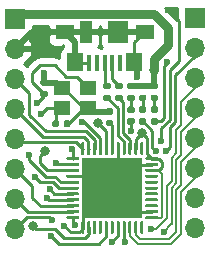
<source format=gtl>
G04 #@! TF.GenerationSoftware,KiCad,Pcbnew,(5.1.12)-1*
G04 #@! TF.CreationDate,2022-08-19T23:51:52+09:00*
G04 #@! TF.ProjectId,main,6d61696e-2e6b-4696-9361-645f70636258,rev?*
G04 #@! TF.SameCoordinates,PX7e5ca20PY5e39180*
G04 #@! TF.FileFunction,Copper,L1,Top*
G04 #@! TF.FilePolarity,Positive*
%FSLAX46Y46*%
G04 Gerber Fmt 4.6, Leading zero omitted, Abs format (unit mm)*
G04 Created by KiCad (PCBNEW (5.1.12)-1) date 2022-08-19 23:51:52*
%MOMM*%
%LPD*%
G01*
G04 APERTURE LIST*
G04 #@! TA.AperFunction,SMDPad,CuDef*
%ADD10R,5.200000X5.200000*%
G04 #@! TD*
G04 #@! TA.AperFunction,ComponentPad*
%ADD11O,1.700000X1.700000*%
G04 #@! TD*
G04 #@! TA.AperFunction,ComponentPad*
%ADD12R,1.700000X1.700000*%
G04 #@! TD*
G04 #@! TA.AperFunction,SMDPad,CuDef*
%ADD13R,0.450000X1.380000*%
G04 #@! TD*
G04 #@! TA.AperFunction,SMDPad,CuDef*
%ADD14R,1.425000X1.550000*%
G04 #@! TD*
G04 #@! TA.AperFunction,SMDPad,CuDef*
%ADD15R,1.650000X1.300000*%
G04 #@! TD*
G04 #@! TA.AperFunction,SMDPad,CuDef*
%ADD16R,1.800000X1.900000*%
G04 #@! TD*
G04 #@! TA.AperFunction,SMDPad,CuDef*
%ADD17R,1.000000X1.900000*%
G04 #@! TD*
G04 #@! TA.AperFunction,SMDPad,CuDef*
%ADD18R,1.400000X1.200000*%
G04 #@! TD*
G04 #@! TA.AperFunction,ViaPad*
%ADD19C,0.600000*%
G04 #@! TD*
G04 #@! TA.AperFunction,ViaPad*
%ADD20C,0.800000*%
G04 #@! TD*
G04 #@! TA.AperFunction,Conductor*
%ADD21C,0.250000*%
G04 #@! TD*
G04 #@! TA.AperFunction,Conductor*
%ADD22C,0.500000*%
G04 #@! TD*
G04 #@! TA.AperFunction,Conductor*
%ADD23C,0.750000*%
G04 #@! TD*
G04 #@! TA.AperFunction,Conductor*
%ADD24C,0.200000*%
G04 #@! TD*
G04 #@! TA.AperFunction,Conductor*
%ADD25C,0.254000*%
G04 #@! TD*
G04 #@! TA.AperFunction,Conductor*
%ADD26C,0.100000*%
G04 #@! TD*
G04 APERTURE END LIST*
G04 #@! TO.P,C2,2*
G04 #@! TO.N,GND*
G04 #@! TA.AperFunction,SMDPad,CuDef*
G36*
G01*
X3030000Y-7290000D02*
X2690000Y-7290000D01*
G75*
G02*
X2550000Y-7150000I0J140000D01*
G01*
X2550000Y-6870000D01*
G75*
G02*
X2690000Y-6730000I140000J0D01*
G01*
X3030000Y-6730000D01*
G75*
G02*
X3170000Y-6870000I0J-140000D01*
G01*
X3170000Y-7150000D01*
G75*
G02*
X3030000Y-7290000I-140000J0D01*
G01*
G37*
G04 #@! TD.AperFunction*
G04 #@! TO.P,C2,1*
G04 #@! TO.N,Net-(C2-Pad1)*
G04 #@! TA.AperFunction,SMDPad,CuDef*
G36*
G01*
X3030000Y-8250000D02*
X2690000Y-8250000D01*
G75*
G02*
X2550000Y-8110000I0J140000D01*
G01*
X2550000Y-7830000D01*
G75*
G02*
X2690000Y-7690000I140000J0D01*
G01*
X3030000Y-7690000D01*
G75*
G02*
X3170000Y-7830000I0J-140000D01*
G01*
X3170000Y-8110000D01*
G75*
G02*
X3030000Y-8250000I-140000J0D01*
G01*
G37*
G04 #@! TD.AperFunction*
G04 #@! TD*
D10*
G04 #@! TO.P,U1,45*
G04 #@! TO.N,GND*
X8630000Y-15940000D03*
G04 #@! TO.P,U1,44*
G04 #@! TO.N,+5V*
G04 #@! TA.AperFunction,SMDPad,CuDef*
G36*
G01*
X11492500Y-13315000D02*
X12442500Y-13315000D01*
G75*
G02*
X12505000Y-13377500I0J-62500D01*
G01*
X12505000Y-13502500D01*
G75*
G02*
X12442500Y-13565000I-62500J0D01*
G01*
X11492500Y-13565000D01*
G75*
G02*
X11430000Y-13502500I0J62500D01*
G01*
X11430000Y-13377500D01*
G75*
G02*
X11492500Y-13315000I62500J0D01*
G01*
G37*
G04 #@! TD.AperFunction*
G04 #@! TO.P,U1,43*
G04 #@! TO.N,GND*
G04 #@! TA.AperFunction,SMDPad,CuDef*
G36*
G01*
X11492500Y-13815000D02*
X12442500Y-13815000D01*
G75*
G02*
X12505000Y-13877500I0J-62500D01*
G01*
X12505000Y-14002500D01*
G75*
G02*
X12442500Y-14065000I-62500J0D01*
G01*
X11492500Y-14065000D01*
G75*
G02*
X11430000Y-14002500I0J62500D01*
G01*
X11430000Y-13877500D01*
G75*
G02*
X11492500Y-13815000I62500J0D01*
G01*
G37*
G04 #@! TD.AperFunction*
G04 #@! TO.P,U1,42*
G04 #@! TO.N,+5V*
G04 #@! TA.AperFunction,SMDPad,CuDef*
G36*
G01*
X11492500Y-14315000D02*
X12442500Y-14315000D01*
G75*
G02*
X12505000Y-14377500I0J-62500D01*
G01*
X12505000Y-14502500D01*
G75*
G02*
X12442500Y-14565000I-62500J0D01*
G01*
X11492500Y-14565000D01*
G75*
G02*
X11430000Y-14502500I0J62500D01*
G01*
X11430000Y-14377500D01*
G75*
G02*
X11492500Y-14315000I62500J0D01*
G01*
G37*
G04 #@! TD.AperFunction*
G04 #@! TO.P,U1,41*
G04 #@! TO.N,N/C*
G04 #@! TA.AperFunction,SMDPad,CuDef*
G36*
G01*
X11492500Y-14815000D02*
X12442500Y-14815000D01*
G75*
G02*
X12505000Y-14877500I0J-62500D01*
G01*
X12505000Y-15002500D01*
G75*
G02*
X12442500Y-15065000I-62500J0D01*
G01*
X11492500Y-15065000D01*
G75*
G02*
X11430000Y-15002500I0J62500D01*
G01*
X11430000Y-14877500D01*
G75*
G02*
X11492500Y-14815000I62500J0D01*
G01*
G37*
G04 #@! TD.AperFunction*
G04 #@! TO.P,U1,40*
G04 #@! TA.AperFunction,SMDPad,CuDef*
G36*
G01*
X11492500Y-15315000D02*
X12442500Y-15315000D01*
G75*
G02*
X12505000Y-15377500I0J-62500D01*
G01*
X12505000Y-15502500D01*
G75*
G02*
X12442500Y-15565000I-62500J0D01*
G01*
X11492500Y-15565000D01*
G75*
G02*
X11430000Y-15502500I0J62500D01*
G01*
X11430000Y-15377500D01*
G75*
G02*
X11492500Y-15315000I62500J0D01*
G01*
G37*
G04 #@! TD.AperFunction*
G04 #@! TO.P,U1,39*
G04 #@! TA.AperFunction,SMDPad,CuDef*
G36*
G01*
X11492500Y-15815000D02*
X12442500Y-15815000D01*
G75*
G02*
X12505000Y-15877500I0J-62500D01*
G01*
X12505000Y-16002500D01*
G75*
G02*
X12442500Y-16065000I-62500J0D01*
G01*
X11492500Y-16065000D01*
G75*
G02*
X11430000Y-16002500I0J62500D01*
G01*
X11430000Y-15877500D01*
G75*
G02*
X11492500Y-15815000I62500J0D01*
G01*
G37*
G04 #@! TD.AperFunction*
G04 #@! TO.P,U1,38*
G04 #@! TA.AperFunction,SMDPad,CuDef*
G36*
G01*
X11492500Y-16315000D02*
X12442500Y-16315000D01*
G75*
G02*
X12505000Y-16377500I0J-62500D01*
G01*
X12505000Y-16502500D01*
G75*
G02*
X12442500Y-16565000I-62500J0D01*
G01*
X11492500Y-16565000D01*
G75*
G02*
X11430000Y-16502500I0J62500D01*
G01*
X11430000Y-16377500D01*
G75*
G02*
X11492500Y-16315000I62500J0D01*
G01*
G37*
G04 #@! TD.AperFunction*
G04 #@! TO.P,U1,37*
G04 #@! TA.AperFunction,SMDPad,CuDef*
G36*
G01*
X11492500Y-16815000D02*
X12442500Y-16815000D01*
G75*
G02*
X12505000Y-16877500I0J-62500D01*
G01*
X12505000Y-17002500D01*
G75*
G02*
X12442500Y-17065000I-62500J0D01*
G01*
X11492500Y-17065000D01*
G75*
G02*
X11430000Y-17002500I0J62500D01*
G01*
X11430000Y-16877500D01*
G75*
G02*
X11492500Y-16815000I62500J0D01*
G01*
G37*
G04 #@! TD.AperFunction*
G04 #@! TO.P,U1,36*
G04 #@! TA.AperFunction,SMDPad,CuDef*
G36*
G01*
X11492500Y-17315000D02*
X12442500Y-17315000D01*
G75*
G02*
X12505000Y-17377500I0J-62500D01*
G01*
X12505000Y-17502500D01*
G75*
G02*
X12442500Y-17565000I-62500J0D01*
G01*
X11492500Y-17565000D01*
G75*
G02*
X11430000Y-17502500I0J62500D01*
G01*
X11430000Y-17377500D01*
G75*
G02*
X11492500Y-17315000I62500J0D01*
G01*
G37*
G04 #@! TD.AperFunction*
G04 #@! TO.P,U1,35*
G04 #@! TO.N,GND*
G04 #@! TA.AperFunction,SMDPad,CuDef*
G36*
G01*
X11492500Y-17815000D02*
X12442500Y-17815000D01*
G75*
G02*
X12505000Y-17877500I0J-62500D01*
G01*
X12505000Y-18002500D01*
G75*
G02*
X12442500Y-18065000I-62500J0D01*
G01*
X11492500Y-18065000D01*
G75*
G02*
X11430000Y-18002500I0J62500D01*
G01*
X11430000Y-17877500D01*
G75*
G02*
X11492500Y-17815000I62500J0D01*
G01*
G37*
G04 #@! TD.AperFunction*
G04 #@! TO.P,U1,34*
G04 #@! TO.N,+5V*
G04 #@! TA.AperFunction,SMDPad,CuDef*
G36*
G01*
X11492500Y-18315000D02*
X12442500Y-18315000D01*
G75*
G02*
X12505000Y-18377500I0J-62500D01*
G01*
X12505000Y-18502500D01*
G75*
G02*
X12442500Y-18565000I-62500J0D01*
G01*
X11492500Y-18565000D01*
G75*
G02*
X11430000Y-18502500I0J62500D01*
G01*
X11430000Y-18377500D01*
G75*
G02*
X11492500Y-18315000I62500J0D01*
G01*
G37*
G04 #@! TD.AperFunction*
G04 #@! TO.P,U1,33*
G04 #@! TO.N,N/C*
G04 #@! TA.AperFunction,SMDPad,CuDef*
G36*
G01*
X11067500Y-18740000D02*
X11192500Y-18740000D01*
G75*
G02*
X11255000Y-18802500I0J-62500D01*
G01*
X11255000Y-19752500D01*
G75*
G02*
X11192500Y-19815000I-62500J0D01*
G01*
X11067500Y-19815000D01*
G75*
G02*
X11005000Y-19752500I0J62500D01*
G01*
X11005000Y-18802500D01*
G75*
G02*
X11067500Y-18740000I62500J0D01*
G01*
G37*
G04 #@! TD.AperFunction*
G04 #@! TO.P,U1,32*
G04 #@! TO.N,B-PWM6*
G04 #@! TA.AperFunction,SMDPad,CuDef*
G36*
G01*
X10567500Y-18740000D02*
X10692500Y-18740000D01*
G75*
G02*
X10755000Y-18802500I0J-62500D01*
G01*
X10755000Y-19752500D01*
G75*
G02*
X10692500Y-19815000I-62500J0D01*
G01*
X10567500Y-19815000D01*
G75*
G02*
X10505000Y-19752500I0J62500D01*
G01*
X10505000Y-18802500D01*
G75*
G02*
X10567500Y-18740000I62500J0D01*
G01*
G37*
G04 #@! TD.AperFunction*
G04 #@! TO.P,U1,31*
G04 #@! TO.N,B-PWM1*
G04 #@! TA.AperFunction,SMDPad,CuDef*
G36*
G01*
X10067500Y-18740000D02*
X10192500Y-18740000D01*
G75*
G02*
X10255000Y-18802500I0J-62500D01*
G01*
X10255000Y-19752500D01*
G75*
G02*
X10192500Y-19815000I-62500J0D01*
G01*
X10067500Y-19815000D01*
G75*
G02*
X10005000Y-19752500I0J62500D01*
G01*
X10005000Y-18802500D01*
G75*
G02*
X10067500Y-18740000I62500J0D01*
G01*
G37*
G04 #@! TD.AperFunction*
G04 #@! TO.P,U1,30*
G04 #@! TO.N,B-PWM4*
G04 #@! TA.AperFunction,SMDPad,CuDef*
G36*
G01*
X9567500Y-18740000D02*
X9692500Y-18740000D01*
G75*
G02*
X9755000Y-18802500I0J-62500D01*
G01*
X9755000Y-19752500D01*
G75*
G02*
X9692500Y-19815000I-62500J0D01*
G01*
X9567500Y-19815000D01*
G75*
G02*
X9505000Y-19752500I0J62500D01*
G01*
X9505000Y-18802500D01*
G75*
G02*
X9567500Y-18740000I62500J0D01*
G01*
G37*
G04 #@! TD.AperFunction*
G04 #@! TO.P,U1,29*
G04 #@! TO.N,B-PWM3*
G04 #@! TA.AperFunction,SMDPad,CuDef*
G36*
G01*
X9067500Y-18740000D02*
X9192500Y-18740000D01*
G75*
G02*
X9255000Y-18802500I0J-62500D01*
G01*
X9255000Y-19752500D01*
G75*
G02*
X9192500Y-19815000I-62500J0D01*
G01*
X9067500Y-19815000D01*
G75*
G02*
X9005000Y-19752500I0J62500D01*
G01*
X9005000Y-18802500D01*
G75*
G02*
X9067500Y-18740000I62500J0D01*
G01*
G37*
G04 #@! TD.AperFunction*
G04 #@! TO.P,U1,28*
G04 #@! TO.N,N/C*
G04 #@! TA.AperFunction,SMDPad,CuDef*
G36*
G01*
X8567500Y-18740000D02*
X8692500Y-18740000D01*
G75*
G02*
X8755000Y-18802500I0J-62500D01*
G01*
X8755000Y-19752500D01*
G75*
G02*
X8692500Y-19815000I-62500J0D01*
G01*
X8567500Y-19815000D01*
G75*
G02*
X8505000Y-19752500I0J62500D01*
G01*
X8505000Y-18802500D01*
G75*
G02*
X8567500Y-18740000I62500J0D01*
G01*
G37*
G04 #@! TD.AperFunction*
G04 #@! TO.P,U1,27*
G04 #@! TO.N,B-PWM2*
G04 #@! TA.AperFunction,SMDPad,CuDef*
G36*
G01*
X8067500Y-18740000D02*
X8192500Y-18740000D01*
G75*
G02*
X8255000Y-18802500I0J-62500D01*
G01*
X8255000Y-19752500D01*
G75*
G02*
X8192500Y-19815000I-62500J0D01*
G01*
X8067500Y-19815000D01*
G75*
G02*
X8005000Y-19752500I0J62500D01*
G01*
X8005000Y-18802500D01*
G75*
G02*
X8067500Y-18740000I62500J0D01*
G01*
G37*
G04 #@! TD.AperFunction*
G04 #@! TO.P,U1,26*
G04 #@! TO.N,N/C*
G04 #@! TA.AperFunction,SMDPad,CuDef*
G36*
G01*
X7567500Y-18740000D02*
X7692500Y-18740000D01*
G75*
G02*
X7755000Y-18802500I0J-62500D01*
G01*
X7755000Y-19752500D01*
G75*
G02*
X7692500Y-19815000I-62500J0D01*
G01*
X7567500Y-19815000D01*
G75*
G02*
X7505000Y-19752500I0J62500D01*
G01*
X7505000Y-18802500D01*
G75*
G02*
X7567500Y-18740000I62500J0D01*
G01*
G37*
G04 #@! TD.AperFunction*
G04 #@! TO.P,U1,25*
G04 #@! TA.AperFunction,SMDPad,CuDef*
G36*
G01*
X7067500Y-18740000D02*
X7192500Y-18740000D01*
G75*
G02*
X7255000Y-18802500I0J-62500D01*
G01*
X7255000Y-19752500D01*
G75*
G02*
X7192500Y-19815000I-62500J0D01*
G01*
X7067500Y-19815000D01*
G75*
G02*
X7005000Y-19752500I0J62500D01*
G01*
X7005000Y-18802500D01*
G75*
G02*
X7067500Y-18740000I62500J0D01*
G01*
G37*
G04 #@! TD.AperFunction*
G04 #@! TO.P,U1,24*
G04 #@! TO.N,+5V*
G04 #@! TA.AperFunction,SMDPad,CuDef*
G36*
G01*
X6567500Y-18740000D02*
X6692500Y-18740000D01*
G75*
G02*
X6755000Y-18802500I0J-62500D01*
G01*
X6755000Y-19752500D01*
G75*
G02*
X6692500Y-19815000I-62500J0D01*
G01*
X6567500Y-19815000D01*
G75*
G02*
X6505000Y-19752500I0J62500D01*
G01*
X6505000Y-18802500D01*
G75*
G02*
X6567500Y-18740000I62500J0D01*
G01*
G37*
G04 #@! TD.AperFunction*
G04 #@! TO.P,U1,23*
G04 #@! TO.N,GND*
G04 #@! TA.AperFunction,SMDPad,CuDef*
G36*
G01*
X6067500Y-18740000D02*
X6192500Y-18740000D01*
G75*
G02*
X6255000Y-18802500I0J-62500D01*
G01*
X6255000Y-19752500D01*
G75*
G02*
X6192500Y-19815000I-62500J0D01*
G01*
X6067500Y-19815000D01*
G75*
G02*
X6005000Y-19752500I0J62500D01*
G01*
X6005000Y-18802500D01*
G75*
G02*
X6067500Y-18740000I62500J0D01*
G01*
G37*
G04 #@! TD.AperFunction*
G04 #@! TO.P,U1,22*
G04 #@! TO.N,TX1LED*
G04 #@! TA.AperFunction,SMDPad,CuDef*
G36*
G01*
X4817500Y-18315000D02*
X5767500Y-18315000D01*
G75*
G02*
X5830000Y-18377500I0J-62500D01*
G01*
X5830000Y-18502500D01*
G75*
G02*
X5767500Y-18565000I-62500J0D01*
G01*
X4817500Y-18565000D01*
G75*
G02*
X4755000Y-18502500I0J62500D01*
G01*
X4755000Y-18377500D01*
G75*
G02*
X4817500Y-18315000I62500J0D01*
G01*
G37*
G04 #@! TD.AperFunction*
G04 #@! TO.P,U1,21*
G04 #@! TO.N,TX1*
G04 #@! TA.AperFunction,SMDPad,CuDef*
G36*
G01*
X4817500Y-17815000D02*
X5767500Y-17815000D01*
G75*
G02*
X5830000Y-17877500I0J-62500D01*
G01*
X5830000Y-18002500D01*
G75*
G02*
X5767500Y-18065000I-62500J0D01*
G01*
X4817500Y-18065000D01*
G75*
G02*
X4755000Y-18002500I0J62500D01*
G01*
X4755000Y-17877500D01*
G75*
G02*
X4817500Y-17815000I62500J0D01*
G01*
G37*
G04 #@! TD.AperFunction*
G04 #@! TO.P,U1,20*
G04 #@! TO.N,RX1*
G04 #@! TA.AperFunction,SMDPad,CuDef*
G36*
G01*
X4817500Y-17315000D02*
X5767500Y-17315000D01*
G75*
G02*
X5830000Y-17377500I0J-62500D01*
G01*
X5830000Y-17502500D01*
G75*
G02*
X5767500Y-17565000I-62500J0D01*
G01*
X4817500Y-17565000D01*
G75*
G02*
X4755000Y-17502500I0J62500D01*
G01*
X4755000Y-17377500D01*
G75*
G02*
X4817500Y-17315000I62500J0D01*
G01*
G37*
G04 #@! TD.AperFunction*
G04 #@! TO.P,U1,19*
G04 #@! TO.N,SDA1*
G04 #@! TA.AperFunction,SMDPad,CuDef*
G36*
G01*
X4817500Y-16815000D02*
X5767500Y-16815000D01*
G75*
G02*
X5830000Y-16877500I0J-62500D01*
G01*
X5830000Y-17002500D01*
G75*
G02*
X5767500Y-17065000I-62500J0D01*
G01*
X4817500Y-17065000D01*
G75*
G02*
X4755000Y-17002500I0J62500D01*
G01*
X4755000Y-16877500D01*
G75*
G02*
X4817500Y-16815000I62500J0D01*
G01*
G37*
G04 #@! TD.AperFunction*
G04 #@! TO.P,U1,18*
G04 #@! TO.N,SCL1*
G04 #@! TA.AperFunction,SMDPad,CuDef*
G36*
G01*
X4817500Y-16315000D02*
X5767500Y-16315000D01*
G75*
G02*
X5830000Y-16377500I0J-62500D01*
G01*
X5830000Y-16502500D01*
G75*
G02*
X5767500Y-16565000I-62500J0D01*
G01*
X4817500Y-16565000D01*
G75*
G02*
X4755000Y-16502500I0J62500D01*
G01*
X4755000Y-16377500D01*
G75*
G02*
X4817500Y-16315000I62500J0D01*
G01*
G37*
G04 #@! TD.AperFunction*
G04 #@! TO.P,U1,17*
G04 #@! TO.N,Net-(C1-Pad1)*
G04 #@! TA.AperFunction,SMDPad,CuDef*
G36*
G01*
X4817500Y-15815000D02*
X5767500Y-15815000D01*
G75*
G02*
X5830000Y-15877500I0J-62500D01*
G01*
X5830000Y-16002500D01*
G75*
G02*
X5767500Y-16065000I-62500J0D01*
G01*
X4817500Y-16065000D01*
G75*
G02*
X4755000Y-16002500I0J62500D01*
G01*
X4755000Y-15877500D01*
G75*
G02*
X4817500Y-15815000I62500J0D01*
G01*
G37*
G04 #@! TD.AperFunction*
G04 #@! TO.P,U1,16*
G04 #@! TO.N,Net-(C2-Pad1)*
G04 #@! TA.AperFunction,SMDPad,CuDef*
G36*
G01*
X4817500Y-15315000D02*
X5767500Y-15315000D01*
G75*
G02*
X5830000Y-15377500I0J-62500D01*
G01*
X5830000Y-15502500D01*
G75*
G02*
X5767500Y-15565000I-62500J0D01*
G01*
X4817500Y-15565000D01*
G75*
G02*
X4755000Y-15502500I0J62500D01*
G01*
X4755000Y-15377500D01*
G75*
G02*
X4817500Y-15315000I62500J0D01*
G01*
G37*
G04 #@! TD.AperFunction*
G04 #@! TO.P,U1,15*
G04 #@! TO.N,GND*
G04 #@! TA.AperFunction,SMDPad,CuDef*
G36*
G01*
X4817500Y-14815000D02*
X5767500Y-14815000D01*
G75*
G02*
X5830000Y-14877500I0J-62500D01*
G01*
X5830000Y-15002500D01*
G75*
G02*
X5767500Y-15065000I-62500J0D01*
G01*
X4817500Y-15065000D01*
G75*
G02*
X4755000Y-15002500I0J62500D01*
G01*
X4755000Y-14877500D01*
G75*
G02*
X4817500Y-14815000I62500J0D01*
G01*
G37*
G04 #@! TD.AperFunction*
G04 #@! TO.P,U1,14*
G04 #@! TO.N,+5V*
G04 #@! TA.AperFunction,SMDPad,CuDef*
G36*
G01*
X4817500Y-14315000D02*
X5767500Y-14315000D01*
G75*
G02*
X5830000Y-14377500I0J-62500D01*
G01*
X5830000Y-14502500D01*
G75*
G02*
X5767500Y-14565000I-62500J0D01*
G01*
X4817500Y-14565000D01*
G75*
G02*
X4755000Y-14502500I0J62500D01*
G01*
X4755000Y-14377500D01*
G75*
G02*
X4817500Y-14315000I62500J0D01*
G01*
G37*
G04 #@! TD.AperFunction*
G04 #@! TO.P,U1,13*
G04 #@! TO.N,Net-(J1-Pad8)*
G04 #@! TA.AperFunction,SMDPad,CuDef*
G36*
G01*
X4817500Y-13815000D02*
X5767500Y-13815000D01*
G75*
G02*
X5830000Y-13877500I0J-62500D01*
G01*
X5830000Y-14002500D01*
G75*
G02*
X5767500Y-14065000I-62500J0D01*
G01*
X4817500Y-14065000D01*
G75*
G02*
X4755000Y-14002500I0J62500D01*
G01*
X4755000Y-13877500D01*
G75*
G02*
X4817500Y-13815000I62500J0D01*
G01*
G37*
G04 #@! TD.AperFunction*
G04 #@! TO.P,U1,12*
G04 #@! TO.N,B-PWM5*
G04 #@! TA.AperFunction,SMDPad,CuDef*
G36*
G01*
X4817500Y-13315000D02*
X5767500Y-13315000D01*
G75*
G02*
X5830000Y-13377500I0J-62500D01*
G01*
X5830000Y-13502500D01*
G75*
G02*
X5767500Y-13565000I-62500J0D01*
G01*
X4817500Y-13565000D01*
G75*
G02*
X4755000Y-13502500I0J62500D01*
G01*
X4755000Y-13377500D01*
G75*
G02*
X4817500Y-13315000I62500J0D01*
G01*
G37*
G04 #@! TD.AperFunction*
G04 #@! TO.P,U1,11*
G04 #@! TO.N,MISO*
G04 #@! TA.AperFunction,SMDPad,CuDef*
G36*
G01*
X6067500Y-12065000D02*
X6192500Y-12065000D01*
G75*
G02*
X6255000Y-12127500I0J-62500D01*
G01*
X6255000Y-13077500D01*
G75*
G02*
X6192500Y-13140000I-62500J0D01*
G01*
X6067500Y-13140000D01*
G75*
G02*
X6005000Y-13077500I0J62500D01*
G01*
X6005000Y-12127500D01*
G75*
G02*
X6067500Y-12065000I62500J0D01*
G01*
G37*
G04 #@! TD.AperFunction*
G04 #@! TO.P,U1,10*
G04 #@! TO.N,MOSI*
G04 #@! TA.AperFunction,SMDPad,CuDef*
G36*
G01*
X6567500Y-12065000D02*
X6692500Y-12065000D01*
G75*
G02*
X6755000Y-12127500I0J-62500D01*
G01*
X6755000Y-13077500D01*
G75*
G02*
X6692500Y-13140000I-62500J0D01*
G01*
X6567500Y-13140000D01*
G75*
G02*
X6505000Y-13077500I0J62500D01*
G01*
X6505000Y-12127500D01*
G75*
G02*
X6567500Y-12065000I62500J0D01*
G01*
G37*
G04 #@! TD.AperFunction*
G04 #@! TO.P,U1,9*
G04 #@! TO.N,SCK*
G04 #@! TA.AperFunction,SMDPad,CuDef*
G36*
G01*
X7067500Y-12065000D02*
X7192500Y-12065000D01*
G75*
G02*
X7255000Y-12127500I0J-62500D01*
G01*
X7255000Y-13077500D01*
G75*
G02*
X7192500Y-13140000I-62500J0D01*
G01*
X7067500Y-13140000D01*
G75*
G02*
X7005000Y-13077500I0J62500D01*
G01*
X7005000Y-12127500D01*
G75*
G02*
X7067500Y-12065000I62500J0D01*
G01*
G37*
G04 #@! TD.AperFunction*
G04 #@! TO.P,U1,8*
G04 #@! TO.N,RX1LED*
G04 #@! TA.AperFunction,SMDPad,CuDef*
G36*
G01*
X7567500Y-12065000D02*
X7692500Y-12065000D01*
G75*
G02*
X7755000Y-12127500I0J-62500D01*
G01*
X7755000Y-13077500D01*
G75*
G02*
X7692500Y-13140000I-62500J0D01*
G01*
X7567500Y-13140000D01*
G75*
G02*
X7505000Y-13077500I0J62500D01*
G01*
X7505000Y-12127500D01*
G75*
G02*
X7567500Y-12065000I62500J0D01*
G01*
G37*
G04 #@! TD.AperFunction*
G04 #@! TO.P,U1,7*
G04 #@! TO.N,+5V*
G04 #@! TA.AperFunction,SMDPad,CuDef*
G36*
G01*
X8067500Y-12065000D02*
X8192500Y-12065000D01*
G75*
G02*
X8255000Y-12127500I0J-62500D01*
G01*
X8255000Y-13077500D01*
G75*
G02*
X8192500Y-13140000I-62500J0D01*
G01*
X8067500Y-13140000D01*
G75*
G02*
X8005000Y-13077500I0J62500D01*
G01*
X8005000Y-12127500D01*
G75*
G02*
X8067500Y-12065000I62500J0D01*
G01*
G37*
G04 #@! TD.AperFunction*
G04 #@! TO.P,U1,6*
G04 #@! TO.N,Net-(C4-Pad1)*
G04 #@! TA.AperFunction,SMDPad,CuDef*
G36*
G01*
X8567500Y-12065000D02*
X8692500Y-12065000D01*
G75*
G02*
X8755000Y-12127500I0J-62500D01*
G01*
X8755000Y-13077500D01*
G75*
G02*
X8692500Y-13140000I-62500J0D01*
G01*
X8567500Y-13140000D01*
G75*
G02*
X8505000Y-13077500I0J62500D01*
G01*
X8505000Y-12127500D01*
G75*
G02*
X8567500Y-12065000I62500J0D01*
G01*
G37*
G04 #@! TD.AperFunction*
G04 #@! TO.P,U1,5*
G04 #@! TO.N,GND*
G04 #@! TA.AperFunction,SMDPad,CuDef*
G36*
G01*
X9067500Y-12065000D02*
X9192500Y-12065000D01*
G75*
G02*
X9255000Y-12127500I0J-62500D01*
G01*
X9255000Y-13077500D01*
G75*
G02*
X9192500Y-13140000I-62500J0D01*
G01*
X9067500Y-13140000D01*
G75*
G02*
X9005000Y-13077500I0J62500D01*
G01*
X9005000Y-12127500D01*
G75*
G02*
X9067500Y-12065000I62500J0D01*
G01*
G37*
G04 #@! TD.AperFunction*
G04 #@! TO.P,U1,4*
G04 #@! TO.N,Net-(R20-Pad1)*
G04 #@! TA.AperFunction,SMDPad,CuDef*
G36*
G01*
X9567500Y-12065000D02*
X9692500Y-12065000D01*
G75*
G02*
X9755000Y-12127500I0J-62500D01*
G01*
X9755000Y-13077500D01*
G75*
G02*
X9692500Y-13140000I-62500J0D01*
G01*
X9567500Y-13140000D01*
G75*
G02*
X9505000Y-13077500I0J62500D01*
G01*
X9505000Y-12127500D01*
G75*
G02*
X9567500Y-12065000I62500J0D01*
G01*
G37*
G04 #@! TD.AperFunction*
G04 #@! TO.P,U1,3*
G04 #@! TO.N,Net-(R21-Pad1)*
G04 #@! TA.AperFunction,SMDPad,CuDef*
G36*
G01*
X10067500Y-12065000D02*
X10192500Y-12065000D01*
G75*
G02*
X10255000Y-12127500I0J-62500D01*
G01*
X10255000Y-13077500D01*
G75*
G02*
X10192500Y-13140000I-62500J0D01*
G01*
X10067500Y-13140000D01*
G75*
G02*
X10005000Y-13077500I0J62500D01*
G01*
X10005000Y-12127500D01*
G75*
G02*
X10067500Y-12065000I62500J0D01*
G01*
G37*
G04 #@! TD.AperFunction*
G04 #@! TO.P,U1,2*
G04 #@! TO.N,+5V*
G04 #@! TA.AperFunction,SMDPad,CuDef*
G36*
G01*
X10567500Y-12065000D02*
X10692500Y-12065000D01*
G75*
G02*
X10755000Y-12127500I0J-62500D01*
G01*
X10755000Y-13077500D01*
G75*
G02*
X10692500Y-13140000I-62500J0D01*
G01*
X10567500Y-13140000D01*
G75*
G02*
X10505000Y-13077500I0J62500D01*
G01*
X10505000Y-12127500D01*
G75*
G02*
X10567500Y-12065000I62500J0D01*
G01*
G37*
G04 #@! TD.AperFunction*
G04 #@! TO.P,U1,1*
G04 #@! TO.N,N/C*
G04 #@! TA.AperFunction,SMDPad,CuDef*
G36*
G01*
X11067500Y-12065000D02*
X11192500Y-12065000D01*
G75*
G02*
X11255000Y-12127500I0J-62500D01*
G01*
X11255000Y-13077500D01*
G75*
G02*
X11192500Y-13140000I-62500J0D01*
G01*
X11067500Y-13140000D01*
G75*
G02*
X11005000Y-13077500I0J62500D01*
G01*
X11005000Y-12127500D01*
G75*
G02*
X11067500Y-12065000I62500J0D01*
G01*
G37*
G04 #@! TD.AperFunction*
G04 #@! TD*
G04 #@! TO.P,R21,2*
G04 #@! TO.N,Net-(J2-Pad2)*
G04 #@! TA.AperFunction,SMDPad,CuDef*
G36*
G01*
X9385000Y-7560000D02*
X9015000Y-7560000D01*
G75*
G02*
X8880000Y-7425000I0J135000D01*
G01*
X8880000Y-7155000D01*
G75*
G02*
X9015000Y-7020000I135000J0D01*
G01*
X9385000Y-7020000D01*
G75*
G02*
X9520000Y-7155000I0J-135000D01*
G01*
X9520000Y-7425000D01*
G75*
G02*
X9385000Y-7560000I-135000J0D01*
G01*
G37*
G04 #@! TD.AperFunction*
G04 #@! TO.P,R21,1*
G04 #@! TO.N,Net-(R21-Pad1)*
G04 #@! TA.AperFunction,SMDPad,CuDef*
G36*
G01*
X9385000Y-8580000D02*
X9015000Y-8580000D01*
G75*
G02*
X8880000Y-8445000I0J135000D01*
G01*
X8880000Y-8175000D01*
G75*
G02*
X9015000Y-8040000I135000J0D01*
G01*
X9385000Y-8040000D01*
G75*
G02*
X9520000Y-8175000I0J-135000D01*
G01*
X9520000Y-8445000D01*
G75*
G02*
X9385000Y-8580000I-135000J0D01*
G01*
G37*
G04 #@! TD.AperFunction*
G04 #@! TD*
G04 #@! TO.P,R20,2*
G04 #@! TO.N,Net-(J2-Pad3)*
G04 #@! TA.AperFunction,SMDPad,CuDef*
G36*
G01*
X8385000Y-7560000D02*
X8015000Y-7560000D01*
G75*
G02*
X7880000Y-7425000I0J135000D01*
G01*
X7880000Y-7155000D01*
G75*
G02*
X8015000Y-7020000I135000J0D01*
G01*
X8385000Y-7020000D01*
G75*
G02*
X8520000Y-7155000I0J-135000D01*
G01*
X8520000Y-7425000D01*
G75*
G02*
X8385000Y-7560000I-135000J0D01*
G01*
G37*
G04 #@! TD.AperFunction*
G04 #@! TO.P,R20,1*
G04 #@! TO.N,Net-(R20-Pad1)*
G04 #@! TA.AperFunction,SMDPad,CuDef*
G36*
G01*
X8385000Y-8580000D02*
X8015000Y-8580000D01*
G75*
G02*
X7880000Y-8445000I0J135000D01*
G01*
X7880000Y-8175000D01*
G75*
G02*
X8015000Y-8040000I135000J0D01*
G01*
X8385000Y-8040000D01*
G75*
G02*
X8520000Y-8175000I0J-135000D01*
G01*
X8520000Y-8445000D01*
G75*
G02*
X8385000Y-8580000I-135000J0D01*
G01*
G37*
G04 #@! TD.AperFunction*
G04 #@! TD*
G04 #@! TO.P,R13,2*
G04 #@! TO.N,+5V*
G04 #@! TA.AperFunction,SMDPad,CuDef*
G36*
G01*
X11385000Y-7560000D02*
X11015000Y-7560000D01*
G75*
G02*
X10880000Y-7425000I0J135000D01*
G01*
X10880000Y-7155000D01*
G75*
G02*
X11015000Y-7020000I135000J0D01*
G01*
X11385000Y-7020000D01*
G75*
G02*
X11520000Y-7155000I0J-135000D01*
G01*
X11520000Y-7425000D01*
G75*
G02*
X11385000Y-7560000I-135000J0D01*
G01*
G37*
G04 #@! TD.AperFunction*
G04 #@! TO.P,R13,1*
G04 #@! TO.N,Net-(D5-Pad2)*
G04 #@! TA.AperFunction,SMDPad,CuDef*
G36*
G01*
X11385000Y-8580000D02*
X11015000Y-8580000D01*
G75*
G02*
X10880000Y-8445000I0J135000D01*
G01*
X10880000Y-8175000D01*
G75*
G02*
X11015000Y-8040000I135000J0D01*
G01*
X11385000Y-8040000D01*
G75*
G02*
X11520000Y-8175000I0J-135000D01*
G01*
X11520000Y-8445000D01*
G75*
G02*
X11385000Y-8580000I-135000J0D01*
G01*
G37*
G04 #@! TD.AperFunction*
G04 #@! TD*
G04 #@! TO.P,R12,2*
G04 #@! TO.N,+5V*
G04 #@! TA.AperFunction,SMDPad,CuDef*
G36*
G01*
X12385000Y-7560000D02*
X12015000Y-7560000D01*
G75*
G02*
X11880000Y-7425000I0J135000D01*
G01*
X11880000Y-7155000D01*
G75*
G02*
X12015000Y-7020000I135000J0D01*
G01*
X12385000Y-7020000D01*
G75*
G02*
X12520000Y-7155000I0J-135000D01*
G01*
X12520000Y-7425000D01*
G75*
G02*
X12385000Y-7560000I-135000J0D01*
G01*
G37*
G04 #@! TD.AperFunction*
G04 #@! TO.P,R12,1*
G04 #@! TO.N,Net-(D4-Pad2)*
G04 #@! TA.AperFunction,SMDPad,CuDef*
G36*
G01*
X12385000Y-8580000D02*
X12015000Y-8580000D01*
G75*
G02*
X11880000Y-8445000I0J135000D01*
G01*
X11880000Y-8175000D01*
G75*
G02*
X12015000Y-8040000I135000J0D01*
G01*
X12385000Y-8040000D01*
G75*
G02*
X12520000Y-8175000I0J-135000D01*
G01*
X12520000Y-8445000D01*
G75*
G02*
X12385000Y-8580000I-135000J0D01*
G01*
G37*
G04 #@! TD.AperFunction*
G04 #@! TD*
G04 #@! TO.P,R11,2*
G04 #@! TO.N,+5V*
G04 #@! TA.AperFunction,SMDPad,CuDef*
G36*
G01*
X10385000Y-7560000D02*
X10015000Y-7560000D01*
G75*
G02*
X9880000Y-7425000I0J135000D01*
G01*
X9880000Y-7155000D01*
G75*
G02*
X10015000Y-7020000I135000J0D01*
G01*
X10385000Y-7020000D01*
G75*
G02*
X10520000Y-7155000I0J-135000D01*
G01*
X10520000Y-7425000D01*
G75*
G02*
X10385000Y-7560000I-135000J0D01*
G01*
G37*
G04 #@! TD.AperFunction*
G04 #@! TO.P,R11,1*
G04 #@! TO.N,Net-(D3-Pad2)*
G04 #@! TA.AperFunction,SMDPad,CuDef*
G36*
G01*
X10385000Y-8580000D02*
X10015000Y-8580000D01*
G75*
G02*
X9880000Y-8445000I0J135000D01*
G01*
X9880000Y-8175000D01*
G75*
G02*
X10015000Y-8040000I135000J0D01*
G01*
X10385000Y-8040000D01*
G75*
G02*
X10520000Y-8175000I0J-135000D01*
G01*
X10520000Y-8445000D01*
G75*
G02*
X10385000Y-8580000I-135000J0D01*
G01*
G37*
G04 #@! TD.AperFunction*
G04 #@! TD*
D11*
G04 #@! TO.P,J3,8*
G04 #@! TO.N,SDA1*
X15600000Y-19360000D03*
G04 #@! TO.P,J3,7*
G04 #@! TO.N,SCL1*
X15600000Y-16820000D03*
G04 #@! TO.P,J3,6*
G04 #@! TO.N,B-PWM1*
X15600000Y-14280000D03*
G04 #@! TO.P,J3,5*
G04 #@! TO.N,B-PWM6*
X15600000Y-11740000D03*
G04 #@! TO.P,J3,4*
G04 #@! TO.N,B-PWM4*
X15600000Y-9200000D03*
G04 #@! TO.P,J3,3*
G04 #@! TO.N,B-PWM3*
X15600000Y-6660000D03*
G04 #@! TO.P,J3,2*
G04 #@! TO.N,B-PWM2*
X15600000Y-4120000D03*
D12*
G04 #@! TO.P,J3,1*
G04 #@! TO.N,B-PWM5*
X15600000Y-1580000D03*
G04 #@! TD*
D11*
G04 #@! TO.P,J1,8*
G04 #@! TO.N,Net-(J1-Pad8)*
X400000Y-19380000D03*
G04 #@! TO.P,J1,7*
G04 #@! TO.N,TX1*
X400000Y-16840000D03*
G04 #@! TO.P,J1,6*
G04 #@! TO.N,RX1*
X400000Y-14300000D03*
G04 #@! TO.P,J1,5*
G04 #@! TO.N,MISO*
X400000Y-11760000D03*
G04 #@! TO.P,J1,4*
G04 #@! TO.N,MOSI*
X400000Y-9220000D03*
G04 #@! TO.P,J1,3*
G04 #@! TO.N,SCK*
X400000Y-6680000D03*
G04 #@! TO.P,J1,2*
G04 #@! TO.N,GND*
X400000Y-4140000D03*
D12*
G04 #@! TO.P,J1,1*
G04 #@! TO.N,+5V*
X400000Y-1600000D03*
G04 #@! TD*
G04 #@! TO.P,D5,2*
G04 #@! TO.N,Net-(D5-Pad2)*
G04 #@! TA.AperFunction,SMDPad,CuDef*
G36*
G01*
X11372500Y-9610000D02*
X11027500Y-9610000D01*
G75*
G02*
X10880000Y-9462500I0J147500D01*
G01*
X10880000Y-9167500D01*
G75*
G02*
X11027500Y-9020000I147500J0D01*
G01*
X11372500Y-9020000D01*
G75*
G02*
X11520000Y-9167500I0J-147500D01*
G01*
X11520000Y-9462500D01*
G75*
G02*
X11372500Y-9610000I-147500J0D01*
G01*
G37*
G04 #@! TD.AperFunction*
G04 #@! TO.P,D5,1*
G04 #@! TO.N,TX1LED*
G04 #@! TA.AperFunction,SMDPad,CuDef*
G36*
G01*
X11372500Y-10580000D02*
X11027500Y-10580000D01*
G75*
G02*
X10880000Y-10432500I0J147500D01*
G01*
X10880000Y-10137500D01*
G75*
G02*
X11027500Y-9990000I147500J0D01*
G01*
X11372500Y-9990000D01*
G75*
G02*
X11520000Y-10137500I0J-147500D01*
G01*
X11520000Y-10432500D01*
G75*
G02*
X11372500Y-10580000I-147500J0D01*
G01*
G37*
G04 #@! TD.AperFunction*
G04 #@! TD*
G04 #@! TO.P,D4,2*
G04 #@! TO.N,Net-(D4-Pad2)*
G04 #@! TA.AperFunction,SMDPad,CuDef*
G36*
G01*
X12372500Y-9610000D02*
X12027500Y-9610000D01*
G75*
G02*
X11880000Y-9462500I0J147500D01*
G01*
X11880000Y-9167500D01*
G75*
G02*
X12027500Y-9020000I147500J0D01*
G01*
X12372500Y-9020000D01*
G75*
G02*
X12520000Y-9167500I0J-147500D01*
G01*
X12520000Y-9462500D01*
G75*
G02*
X12372500Y-9610000I-147500J0D01*
G01*
G37*
G04 #@! TD.AperFunction*
G04 #@! TO.P,D4,1*
G04 #@! TO.N,RX1LED*
G04 #@! TA.AperFunction,SMDPad,CuDef*
G36*
G01*
X12372500Y-10580000D02*
X12027500Y-10580000D01*
G75*
G02*
X11880000Y-10432500I0J147500D01*
G01*
X11880000Y-10137500D01*
G75*
G02*
X12027500Y-9990000I147500J0D01*
G01*
X12372500Y-9990000D01*
G75*
G02*
X12520000Y-10137500I0J-147500D01*
G01*
X12520000Y-10432500D01*
G75*
G02*
X12372500Y-10580000I-147500J0D01*
G01*
G37*
G04 #@! TD.AperFunction*
G04 #@! TD*
G04 #@! TO.P,D3,2*
G04 #@! TO.N,Net-(D3-Pad2)*
G04 #@! TA.AperFunction,SMDPad,CuDef*
G36*
G01*
X10372500Y-9610000D02*
X10027500Y-9610000D01*
G75*
G02*
X9880000Y-9462500I0J147500D01*
G01*
X9880000Y-9167500D01*
G75*
G02*
X10027500Y-9020000I147500J0D01*
G01*
X10372500Y-9020000D01*
G75*
G02*
X10520000Y-9167500I0J-147500D01*
G01*
X10520000Y-9462500D01*
G75*
G02*
X10372500Y-9610000I-147500J0D01*
G01*
G37*
G04 #@! TD.AperFunction*
G04 #@! TO.P,D3,1*
G04 #@! TO.N,GND*
G04 #@! TA.AperFunction,SMDPad,CuDef*
G36*
G01*
X10372500Y-10580000D02*
X10027500Y-10580000D01*
G75*
G02*
X9880000Y-10432500I0J147500D01*
G01*
X9880000Y-10137500D01*
G75*
G02*
X10027500Y-9990000I147500J0D01*
G01*
X10372500Y-9990000D01*
G75*
G02*
X10520000Y-10137500I0J-147500D01*
G01*
X10520000Y-10432500D01*
G75*
G02*
X10372500Y-10580000I-147500J0D01*
G01*
G37*
G04 #@! TD.AperFunction*
G04 #@! TD*
G04 #@! TO.P,C4,2*
G04 #@! TO.N,GND*
G04 #@! TA.AperFunction,SMDPad,CuDef*
G36*
G01*
X8570000Y-9750000D02*
X8230000Y-9750000D01*
G75*
G02*
X8090000Y-9610000I0J140000D01*
G01*
X8090000Y-9330000D01*
G75*
G02*
X8230000Y-9190000I140000J0D01*
G01*
X8570000Y-9190000D01*
G75*
G02*
X8710000Y-9330000I0J-140000D01*
G01*
X8710000Y-9610000D01*
G75*
G02*
X8570000Y-9750000I-140000J0D01*
G01*
G37*
G04 #@! TD.AperFunction*
G04 #@! TO.P,C4,1*
G04 #@! TO.N,Net-(C4-Pad1)*
G04 #@! TA.AperFunction,SMDPad,CuDef*
G36*
G01*
X8570000Y-10710000D02*
X8230000Y-10710000D01*
G75*
G02*
X8090000Y-10570000I0J140000D01*
G01*
X8090000Y-10290000D01*
G75*
G02*
X8230000Y-10150000I140000J0D01*
G01*
X8570000Y-10150000D01*
G75*
G02*
X8710000Y-10290000I0J-140000D01*
G01*
X8710000Y-10570000D01*
G75*
G02*
X8570000Y-10710000I-140000J0D01*
G01*
G37*
G04 #@! TD.AperFunction*
G04 #@! TD*
G04 #@! TO.P,C1,2*
G04 #@! TO.N,GND*
G04 #@! TA.AperFunction,SMDPad,CuDef*
G36*
G01*
X4520000Y-10670000D02*
X4520000Y-10330000D01*
G75*
G02*
X4660000Y-10190000I140000J0D01*
G01*
X4940000Y-10190000D01*
G75*
G02*
X5080000Y-10330000I0J-140000D01*
G01*
X5080000Y-10670000D01*
G75*
G02*
X4940000Y-10810000I-140000J0D01*
G01*
X4660000Y-10810000D01*
G75*
G02*
X4520000Y-10670000I0J140000D01*
G01*
G37*
G04 #@! TD.AperFunction*
G04 #@! TO.P,C1,1*
G04 #@! TO.N,Net-(C1-Pad1)*
G04 #@! TA.AperFunction,SMDPad,CuDef*
G36*
G01*
X3560000Y-10670000D02*
X3560000Y-10330000D01*
G75*
G02*
X3700000Y-10190000I140000J0D01*
G01*
X3980000Y-10190000D01*
G75*
G02*
X4120000Y-10330000I0J-140000D01*
G01*
X4120000Y-10670000D01*
G75*
G02*
X3980000Y-10810000I-140000J0D01*
G01*
X3700000Y-10810000D01*
G75*
G02*
X3560000Y-10670000I0J140000D01*
G01*
G37*
G04 #@! TD.AperFunction*
G04 #@! TD*
D13*
G04 #@! TO.P,J2,1*
G04 #@! TO.N,N/C*
X9300000Y-5360000D03*
G04 #@! TO.P,J2,2*
G04 #@! TO.N,Net-(J2-Pad2)*
X8650000Y-5360000D03*
G04 #@! TO.P,J2,3*
G04 #@! TO.N,Net-(J2-Pad3)*
X8000000Y-5360000D03*
G04 #@! TO.P,J2,4*
G04 #@! TO.N,N/C*
X7350000Y-5360000D03*
G04 #@! TO.P,J2,5*
G04 #@! TO.N,GND*
X6700000Y-5360000D03*
D14*
G04 #@! TO.P,J2,6*
X10487500Y-5275000D03*
X5512500Y-5275000D03*
D15*
X11375000Y-2700000D03*
X4625000Y-2700000D03*
D16*
X9150000Y-2700000D03*
D17*
X6450000Y-2700000D03*
G04 #@! TD*
D18*
G04 #@! TO.P,Y1,4*
G04 #@! TO.N,GND*
X4400000Y-7450000D03*
G04 #@! TO.P,Y1,3*
G04 #@! TO.N,Net-(C2-Pad1)*
X6600000Y-7450000D03*
G04 #@! TO.P,Y1,2*
G04 #@! TO.N,GND*
X6600000Y-9150000D03*
G04 #@! TO.P,Y1,1*
G04 #@! TO.N,Net-(C1-Pad1)*
X4400000Y-9150000D03*
G04 #@! TD*
D19*
G04 #@! TO.N,GND*
X10700000Y-6560000D03*
X12790000Y-11950000D03*
X4570000Y-19160000D03*
X10240000Y-11070000D03*
X2810000Y-6180000D03*
X13370000Y-840000D03*
X2840000Y-4220000D03*
G04 #@! TO.N,Net-(C1-Pad1)*
X2630000Y-9640000D03*
X2120000Y-15000000D03*
G04 #@! TO.N,Net-(C2-Pad1)*
X2250000Y-8760000D03*
X1590000Y-13100000D03*
D20*
G04 #@! TO.N,+5V*
X2940000Y-12770000D03*
X7440000Y-10390000D03*
X11130000Y-11260000D03*
X1920000Y-19120000D03*
X12170000Y-5960000D03*
D19*
G04 #@! TO.N,B-PWM5*
X5190000Y-12670000D03*
G04 #@! TO.N,B-PWM4*
X12980000Y-19660000D03*
X9700000Y-20500000D03*
G04 #@! TO.N,B-PWM2*
X13150000Y-12800000D03*
X3460000Y-20000000D03*
G04 #@! TO.N,B-PWM3*
X11940000Y-19410000D03*
X8580000Y-20470000D03*
G04 #@! TO.N,RX1LED*
X13300000Y-5270000D03*
X6090000Y-10370000D03*
G04 #@! TO.N,TX1LED*
X5500000Y-19070000D03*
X12330000Y-12800000D03*
G04 #@! TO.N,SDA1*
X3070000Y-16810000D03*
G04 #@! TO.N,SCL1*
X3330000Y-16050000D03*
G04 #@! TO.N,Net-(J1-Pad8)*
X3860000Y-13810000D03*
X3539990Y-18680000D03*
G04 #@! TD*
D21*
G04 #@! TO.N,GND*
X7630000Y-14940000D02*
X8630000Y-15940000D01*
X5292500Y-14940000D02*
X7630000Y-14940000D01*
X6236998Y-9150000D02*
X6600000Y-9150000D01*
X4886998Y-10500000D02*
X6236998Y-9150000D01*
X4800000Y-10500000D02*
X4886998Y-10500000D01*
X6200000Y-9150000D02*
X6600000Y-9150000D01*
X4500000Y-7450000D02*
X6200000Y-9150000D01*
X4400000Y-7450000D02*
X4500000Y-7450000D01*
X2800000Y-6950000D02*
X2860000Y-7010000D01*
X10180000Y-10305000D02*
X10200000Y-10285000D01*
X10240000Y-10325000D02*
X10200000Y-10285000D01*
X10240000Y-11070000D02*
X10240000Y-10325000D01*
X10630000Y-17940000D02*
X8630000Y-15940000D01*
X11967500Y-17940000D02*
X10630000Y-17940000D01*
X5597500Y-5360000D02*
X5512500Y-5275000D01*
X6700000Y-5360000D02*
X5597500Y-5360000D01*
X10487500Y-3587500D02*
X11375000Y-2700000D01*
X10487500Y-5275000D02*
X10487500Y-3587500D01*
X9130000Y-15440000D02*
X8630000Y-15940000D01*
X9130000Y-12602500D02*
X9130000Y-15440000D01*
X10580010Y-13989990D02*
X8630000Y-15940000D01*
X11930010Y-13989990D02*
X10580010Y-13989990D01*
X11967500Y-13952500D02*
X11930010Y-13989990D01*
X11967500Y-13940000D02*
X11967500Y-13952500D01*
X6179990Y-19150010D02*
X6179990Y-18390010D01*
X6179990Y-18390010D02*
X8630000Y-15940000D01*
X6130000Y-19200000D02*
X6179990Y-19150010D01*
X6130000Y-19277500D02*
X6130000Y-19200000D01*
X5105001Y-19695001D02*
X4570000Y-19160000D01*
X5800001Y-19695001D02*
X5105001Y-19695001D01*
X6130000Y-19365002D02*
X5800001Y-19695001D01*
X6130000Y-19277500D02*
X6130000Y-19365002D01*
D22*
X10700000Y-5487500D02*
X10487500Y-5275000D01*
X10700000Y-6560000D02*
X10700000Y-5487500D01*
D21*
X12790000Y-10876410D02*
X13524979Y-10141431D01*
X12790000Y-11950000D02*
X12790000Y-10876410D01*
X13524979Y-5970023D02*
X14290000Y-5205002D01*
X13524979Y-10141431D02*
X13524979Y-5970023D01*
X14290000Y-1760000D02*
X13370000Y-840000D01*
X14290000Y-5205002D02*
X14290000Y-1760000D01*
D22*
X6920000Y-9470000D02*
X6600000Y-9150000D01*
X8400000Y-9470000D02*
X6920000Y-9470000D01*
X3960000Y-7010000D02*
X2860000Y-7010000D01*
X4400000Y-7450000D02*
X3960000Y-7010000D01*
X2860000Y-6230000D02*
X2810000Y-6180000D01*
X2860000Y-7010000D02*
X2860000Y-6230000D01*
X11375000Y-2700000D02*
X9150000Y-2700000D01*
X9150000Y-2700000D02*
X6450000Y-2700000D01*
X6450000Y-2700000D02*
X4625000Y-2700000D01*
X5512500Y-3587500D02*
X4625000Y-2700000D01*
X5512500Y-5275000D02*
X5512500Y-3587500D01*
X1840000Y-2700000D02*
X400000Y-4140000D01*
X4625000Y-2700000D02*
X1840000Y-2700000D01*
D21*
G04 #@! TO.N,Net-(C1-Pad1)*
X3840000Y-9710000D02*
X4400000Y-9150000D01*
X3840000Y-10500000D02*
X3840000Y-9710000D01*
X4125002Y-15940000D02*
X5292500Y-15940000D01*
X3610001Y-15424999D02*
X4125002Y-15940000D01*
X2544999Y-15424999D02*
X3610001Y-15424999D01*
X2120000Y-15000000D02*
X2544999Y-15424999D01*
X3120000Y-9150000D02*
X2630000Y-9640000D01*
X4400000Y-9150000D02*
X3120000Y-9150000D01*
G04 #@! TO.N,Net-(C2-Pad1)*
X2890000Y-8000000D02*
X2860000Y-7970000D01*
X5674999Y-6524999D02*
X4724999Y-6524999D01*
X6600000Y-7450000D02*
X5674999Y-6524999D01*
X2509999Y-5554999D02*
X1830000Y-6234998D01*
X3754999Y-5554999D02*
X2509999Y-5554999D01*
X4724999Y-6524999D02*
X3754999Y-5554999D01*
X2860000Y-7970000D02*
X2852374Y-7970000D01*
X1830000Y-6947626D02*
X1830000Y-6234998D01*
X2852374Y-7970000D02*
X1830000Y-6947626D01*
X1590000Y-13544998D02*
X1590000Y-13100000D01*
X3019991Y-14974989D02*
X1590000Y-13544998D01*
X3796401Y-14974989D02*
X3019991Y-14974989D01*
X4261412Y-15440000D02*
X3796401Y-14974989D01*
X5292500Y-15440000D02*
X4261412Y-15440000D01*
X2860000Y-8150000D02*
X2250000Y-8760000D01*
X2860000Y-7970000D02*
X2860000Y-8150000D01*
G04 #@! TO.N,+5V*
X7440000Y-10437626D02*
X7440000Y-10390000D01*
X8130000Y-11127626D02*
X7440000Y-10437626D01*
X8130000Y-12602500D02*
X8130000Y-11127626D01*
D22*
X12170000Y-7260000D02*
X12200000Y-7290000D01*
X12170000Y-5960000D02*
X12170000Y-5960000D01*
D21*
X12830010Y-13716988D02*
X12553022Y-13440000D01*
X12553022Y-13440000D02*
X11967500Y-13440000D01*
X12830010Y-14163012D02*
X12830010Y-13716988D01*
X12553022Y-14440000D02*
X12830010Y-14163012D01*
X11967500Y-14440000D02*
X12553022Y-14440000D01*
X2480000Y-13230000D02*
X2940000Y-12770000D01*
X2480000Y-13798588D02*
X2480000Y-13230000D01*
X3121412Y-14440000D02*
X2480000Y-13798588D01*
X5292500Y-14440000D02*
X3121412Y-14440000D01*
D22*
X12170000Y-5960000D02*
X12170000Y-7260000D01*
D23*
X12170000Y-5960000D02*
X12170000Y-4990000D01*
X12170000Y-4990000D02*
X13370000Y-3790000D01*
X13370000Y-3790000D02*
X13370000Y-2400000D01*
X12144999Y-1174999D02*
X825001Y-1174999D01*
X825001Y-1174999D02*
X400000Y-1600000D01*
X13370000Y-2400000D02*
X12144999Y-1174999D01*
D21*
X6630000Y-19863022D02*
X6630000Y-19277500D01*
X6293042Y-20199980D02*
X6630000Y-19863022D01*
X4584982Y-20199980D02*
X6293042Y-20199980D01*
X3760001Y-19374999D02*
X4584982Y-20199980D01*
X2174999Y-19374999D02*
X3760001Y-19374999D01*
X1920000Y-19120000D02*
X2174999Y-19374999D01*
X11580010Y-11710010D02*
X11130000Y-11260000D01*
X11580010Y-13052510D02*
X11580010Y-11710010D01*
X11967500Y-13440000D02*
X11580010Y-13052510D01*
X10630000Y-11760000D02*
X11130000Y-11260000D01*
X10630000Y-12602500D02*
X10630000Y-11760000D01*
D22*
X10220001Y-7310001D02*
X10200000Y-7290000D01*
X12179999Y-7310001D02*
X10220001Y-7310001D01*
X12200000Y-7290000D02*
X12179999Y-7310001D01*
D24*
X12517668Y-14440000D02*
X11967500Y-14440000D01*
X12805010Y-14727342D02*
X12517668Y-14440000D01*
X12805010Y-18374990D02*
X12805010Y-14727342D01*
X12740000Y-18440000D02*
X12805010Y-18374990D01*
X11967500Y-18440000D02*
X12740000Y-18440000D01*
D21*
G04 #@! TO.N,Net-(C4-Pad1)*
X8630000Y-10660000D02*
X8630000Y-12602500D01*
X8400000Y-10430000D02*
X8630000Y-10660000D01*
G04 #@! TO.N,B-PWM5*
X5292500Y-12772500D02*
X5190000Y-12670000D01*
X5292500Y-13440000D02*
X5292500Y-12772500D01*
D24*
G04 #@! TO.N,B-PWM1*
X15600000Y-15117998D02*
X15600000Y-14280000D01*
X14449999Y-16267999D02*
X15600000Y-15117998D01*
X14449999Y-19860001D02*
X14449999Y-16267999D01*
X13635010Y-20674990D02*
X14449999Y-19860001D01*
X10835348Y-20674990D02*
X13635010Y-20674990D01*
X10130000Y-19969642D02*
X10835348Y-20674990D01*
X10130000Y-19277500D02*
X10130000Y-19969642D01*
D21*
G04 #@! TO.N,B-PWM4*
X9630000Y-20430000D02*
X9700000Y-20500000D01*
X9630000Y-19277500D02*
X9630000Y-20430000D01*
D24*
X13649979Y-19020021D02*
X13649979Y-15936621D01*
X13649979Y-15936621D02*
X14049989Y-15536611D01*
X14049989Y-15536611D02*
X14049989Y-13562310D01*
X14449999Y-13162300D02*
X14449999Y-11187999D01*
X14049989Y-13562310D02*
X14449999Y-13162300D01*
X15600000Y-10037998D02*
X15600000Y-9200000D01*
X14449999Y-11187999D02*
X15600000Y-10037998D01*
X13619979Y-19020021D02*
X12980000Y-19660000D01*
X13649979Y-19020021D02*
X13619979Y-19020021D01*
D21*
G04 #@! TO.N,B-PWM2*
X15570000Y-4090000D02*
X15600000Y-4120000D01*
X8130000Y-19994998D02*
X8130000Y-19277500D01*
X7475008Y-20649990D02*
X8130000Y-19994998D01*
X4109990Y-20649990D02*
X7475008Y-20649990D01*
X3460000Y-20000000D02*
X4109990Y-20649990D01*
X13150000Y-12800000D02*
X13150000Y-12670000D01*
X13524980Y-12425020D02*
X13150000Y-12800000D01*
X13524981Y-10803197D02*
X13524980Y-12425020D01*
X13974989Y-10353189D02*
X13524981Y-10803197D01*
X13974989Y-6365011D02*
X13974989Y-10353189D01*
X15600000Y-4740000D02*
X13974989Y-6365011D01*
X15600000Y-4120000D02*
X15600000Y-4740000D01*
D24*
G04 #@! TO.N,B-PWM6*
X15600000Y-12577998D02*
X15600000Y-11740000D01*
X14449999Y-13727999D02*
X15600000Y-12577998D01*
X14449999Y-15702301D02*
X14449999Y-13727999D01*
X14049989Y-16102310D02*
X14449999Y-15702301D01*
X13469322Y-20274980D02*
X14049989Y-19694313D01*
X14049989Y-19694313D02*
X14049989Y-16102310D01*
X11001036Y-20274980D02*
X13469322Y-20274980D01*
X10630000Y-19903944D02*
X11001036Y-20274980D01*
X10630000Y-19277500D02*
X10630000Y-19903944D01*
D21*
G04 #@! TO.N,B-PWM3*
X9130000Y-19920000D02*
X8580000Y-20470000D01*
X9130000Y-19277500D02*
X9130000Y-19920000D01*
D24*
X15600000Y-7497998D02*
X15600000Y-6660000D01*
X14049989Y-11022310D02*
X14449999Y-10622300D01*
X14049989Y-12996612D02*
X14049989Y-11022310D01*
X13649979Y-13396621D02*
X14049989Y-12996612D01*
X13649979Y-15370922D02*
X13649979Y-13396621D01*
X14449999Y-10622300D02*
X14449999Y-8647999D01*
X13249969Y-15770932D02*
X13649979Y-15370922D01*
X14449999Y-8647999D02*
X15600000Y-7497998D01*
X13249969Y-18502029D02*
X13249969Y-15770932D01*
X12341998Y-19410000D02*
X13249969Y-18502029D01*
X11940000Y-19410000D02*
X12341998Y-19410000D01*
D21*
G04 #@! TO.N,Net-(D3-Pad2)*
X10200000Y-9315000D02*
X10200000Y-8310000D01*
G04 #@! TO.N,Net-(D4-Pad2)*
X12200000Y-8310000D02*
X12200000Y-9315000D01*
G04 #@! TO.N,RX1LED*
X7630000Y-11744158D02*
X7630000Y-12602500D01*
X6255842Y-10370000D02*
X7630000Y-11744158D01*
X6090000Y-10370000D02*
X6090000Y-10370000D01*
X13020000Y-5620000D02*
X13240000Y-5400000D01*
X13020000Y-10010000D02*
X13020000Y-5620000D01*
X12745000Y-10285000D02*
X13020000Y-10010000D01*
X12200000Y-10285000D02*
X12745000Y-10285000D01*
X6090000Y-10370000D02*
X6255842Y-10370000D01*
G04 #@! TO.N,Net-(D5-Pad2)*
X11200000Y-8310000D02*
X11200000Y-9315000D01*
G04 #@! TO.N,TX1LED*
X5292500Y-18862500D02*
X5500000Y-19070000D01*
X5292500Y-18440000D02*
X5292500Y-18862500D01*
X11200000Y-10285000D02*
X12030020Y-11115020D01*
X12030020Y-12530020D02*
X12300000Y-12800000D01*
X12030020Y-11115020D02*
X12030020Y-12530020D01*
G04 #@! TO.N,Net-(J2-Pad3)*
X8000000Y-7090000D02*
X8000000Y-5360000D01*
X8200000Y-7290000D02*
X8000000Y-7090000D01*
G04 #@! TO.N,Net-(J2-Pad2)*
X8650000Y-6740000D02*
X9200000Y-7290000D01*
X8650000Y-5360000D02*
X8650000Y-6740000D01*
G04 #@! TO.N,SDA1*
X3200000Y-16940000D02*
X3070000Y-16810000D01*
X5292500Y-16940000D02*
X3200000Y-16940000D01*
G04 #@! TO.N,SCL1*
X5292500Y-16440000D02*
X3865002Y-16440000D01*
X3720000Y-16440000D02*
X3865002Y-16440000D01*
X3330000Y-16050000D02*
X3720000Y-16440000D01*
G04 #@! TO.N,MISO*
X6130000Y-12602500D02*
X5580000Y-12052500D01*
X680010Y-12040010D02*
X400000Y-11760000D01*
X5570010Y-12040010D02*
X680010Y-12040010D01*
X5580000Y-12050000D02*
X5570010Y-12040010D01*
X5580000Y-12052500D02*
X5580000Y-12050000D01*
G04 #@! TO.N,MOSI*
X400000Y-9220000D02*
X2770000Y-11590000D01*
X6580010Y-12552510D02*
X6630000Y-12602500D01*
X6203022Y-11590000D02*
X6580010Y-11966988D01*
X6580010Y-11966988D02*
X6580010Y-12552510D01*
X2770000Y-11590000D02*
X6203022Y-11590000D01*
G04 #@! TO.N,SCK*
X1575001Y-7855001D02*
X400000Y-6680000D01*
X1575001Y-9725001D02*
X1575001Y-7855001D01*
X3360010Y-11139990D02*
X2989990Y-11139990D01*
X3364990Y-11135010D02*
X3360010Y-11139990D01*
X6384442Y-11135010D02*
X3364990Y-11135010D01*
X2989990Y-11139990D02*
X1575001Y-9725001D01*
X7130000Y-11880568D02*
X6384442Y-11135010D01*
X7130000Y-12602500D02*
X7130000Y-11880568D01*
G04 #@! TO.N,TX1*
X1500000Y-17940000D02*
X5292500Y-17940000D01*
X400000Y-16840000D02*
X1500000Y-17940000D01*
G04 #@! TO.N,RX1*
X3540000Y-17440000D02*
X5292500Y-17440000D01*
X1870000Y-15770000D02*
X1870000Y-16750000D01*
X400000Y-14300000D02*
X1870000Y-15770000D01*
X2560000Y-17440000D02*
X3540000Y-17440000D01*
X1870000Y-16750000D02*
X2560000Y-17440000D01*
G04 #@! TO.N,Net-(R20-Pad1)*
X9630000Y-12016978D02*
X9630000Y-12602500D01*
X9080010Y-11466988D02*
X9630000Y-12016978D01*
X9080010Y-9182384D02*
X9080010Y-11466988D01*
X8207626Y-8310000D02*
X9080010Y-9182384D01*
X8200000Y-8310000D02*
X8207626Y-8310000D01*
G04 #@! TO.N,Net-(R21-Pad1)*
X10130000Y-12602500D02*
X10130000Y-11880568D01*
X9530020Y-11280588D02*
X9530020Y-8640020D01*
X9530020Y-8640020D02*
X9200000Y-8310000D01*
X10130000Y-11880568D02*
X9530020Y-11280588D01*
G04 #@! TO.N,Net-(J1-Pad8)*
X5292500Y-13940000D02*
X4500000Y-13940000D01*
X3539990Y-18680000D02*
X3539990Y-18680000D01*
X1389990Y-18390010D02*
X400000Y-19380000D01*
X3250000Y-18390010D02*
X1389990Y-18390010D01*
X3990000Y-13940000D02*
X5292500Y-13940000D01*
X3860000Y-13810000D02*
X3990000Y-13940000D01*
X3539990Y-18680000D02*
X3250000Y-18390010D01*
G04 #@! TD*
D25*
G04 #@! TO.N,GND*
X8757000Y-15813000D02*
X8777000Y-15813000D01*
X8777000Y-16067000D01*
X8757000Y-16067000D01*
X8757000Y-16087000D01*
X8503000Y-16087000D01*
X8503000Y-16067000D01*
X8483000Y-16067000D01*
X8483000Y-15813000D01*
X8503000Y-15813000D01*
X8503000Y-15793000D01*
X8757000Y-15793000D01*
X8757000Y-15813000D01*
G04 #@! TA.AperFunction,Conductor*
D26*
G36*
X8757000Y-15813000D02*
G01*
X8777000Y-15813000D01*
X8777000Y-16067000D01*
X8757000Y-16067000D01*
X8757000Y-16087000D01*
X8503000Y-16087000D01*
X8503000Y-16067000D01*
X8483000Y-16067000D01*
X8483000Y-15813000D01*
X8503000Y-15813000D01*
X8503000Y-15793000D01*
X8757000Y-15793000D01*
X8757000Y-15813000D01*
G37*
G04 #@! TD.AperFunction*
D25*
X8320010Y-9497186D02*
X8320010Y-9511928D01*
X8253000Y-9511928D01*
X8253000Y-9430176D01*
X8320010Y-9497186D01*
G04 #@! TA.AperFunction,Conductor*
D26*
G36*
X8320010Y-9497186D02*
G01*
X8320010Y-9511928D01*
X8253000Y-9511928D01*
X8253000Y-9430176D01*
X8320010Y-9497186D01*
G37*
G04 #@! TD.AperFunction*
D25*
X6727000Y-9023000D02*
X6747000Y-9023000D01*
X6747000Y-9277000D01*
X6727000Y-9277000D01*
X6727000Y-9297000D01*
X6473000Y-9297000D01*
X6473000Y-9277000D01*
X6453000Y-9277000D01*
X6453000Y-9023000D01*
X6473000Y-9023000D01*
X6473000Y-9003000D01*
X6727000Y-9003000D01*
X6727000Y-9023000D01*
G04 #@! TA.AperFunction,Conductor*
D26*
G36*
X6727000Y-9023000D02*
G01*
X6747000Y-9023000D01*
X6747000Y-9277000D01*
X6727000Y-9277000D01*
X6727000Y-9297000D01*
X6473000Y-9297000D01*
X6473000Y-9277000D01*
X6453000Y-9277000D01*
X6453000Y-9023000D01*
X6473000Y-9023000D01*
X6473000Y-9003000D01*
X6727000Y-9003000D01*
X6727000Y-9023000D01*
G37*
G04 #@! TD.AperFunction*
D25*
X4527000Y-7323000D02*
X4547000Y-7323000D01*
X4547000Y-7577000D01*
X4527000Y-7577000D01*
X4527000Y-7597000D01*
X4273000Y-7597000D01*
X4273000Y-7577000D01*
X4253000Y-7577000D01*
X4253000Y-7323000D01*
X4273000Y-7323000D01*
X4273000Y-7303000D01*
X4527000Y-7303000D01*
X4527000Y-7323000D01*
G04 #@! TA.AperFunction,Conductor*
D26*
G36*
X4527000Y-7323000D02*
G01*
X4547000Y-7323000D01*
X4547000Y-7577000D01*
X4527000Y-7577000D01*
X4527000Y-7597000D01*
X4273000Y-7597000D01*
X4273000Y-7577000D01*
X4253000Y-7577000D01*
X4253000Y-7323000D01*
X4273000Y-7323000D01*
X4273000Y-7303000D01*
X4527000Y-7303000D01*
X4527000Y-7323000D01*
G37*
G04 #@! TD.AperFunction*
D25*
X2987000Y-6883000D02*
X3007000Y-6883000D01*
X3007000Y-7049824D01*
X2820175Y-6863000D01*
X2987000Y-6863000D01*
X2987000Y-6883000D01*
G04 #@! TA.AperFunction,Conductor*
D26*
G36*
X2987000Y-6883000D02*
G01*
X3007000Y-6883000D01*
X3007000Y-7049824D01*
X2820175Y-6863000D01*
X2987000Y-6863000D01*
X2987000Y-6883000D01*
G37*
G04 #@! TD.AperFunction*
D25*
X3165000Y-2414250D02*
X3323750Y-2573000D01*
X4498000Y-2573000D01*
X4498000Y-2553000D01*
X4752000Y-2553000D01*
X4752000Y-2573000D01*
X6323000Y-2573000D01*
X6323000Y-2553000D01*
X6577000Y-2553000D01*
X6577000Y-2573000D01*
X7426250Y-2573000D01*
X7585000Y-2414250D01*
X7586060Y-2184999D01*
X7613940Y-2184999D01*
X7615000Y-2414250D01*
X7773750Y-2573000D01*
X9023000Y-2573000D01*
X9023000Y-2553000D01*
X9277000Y-2553000D01*
X9277000Y-2573000D01*
X11248000Y-2573000D01*
X11248000Y-2553000D01*
X11502000Y-2553000D01*
X11502000Y-2573000D01*
X11522000Y-2573000D01*
X11522000Y-2827000D01*
X11502000Y-2827000D01*
X11502000Y-2847000D01*
X11248000Y-2847000D01*
X11248000Y-2827000D01*
X9277000Y-2827000D01*
X9277000Y-2847000D01*
X9023000Y-2847000D01*
X9023000Y-2827000D01*
X7773750Y-2827000D01*
X7615000Y-2985750D01*
X7611928Y-3650000D01*
X7624188Y-3774482D01*
X7660498Y-3894180D01*
X7719463Y-4004494D01*
X7744447Y-4034937D01*
X7675000Y-4041777D01*
X7575000Y-4031928D01*
X7458023Y-4031928D01*
X7480537Y-4004494D01*
X7539502Y-3894180D01*
X7575812Y-3774482D01*
X7588072Y-3650000D01*
X7585000Y-2985750D01*
X7426250Y-2827000D01*
X6577000Y-2827000D01*
X6577000Y-2847000D01*
X6323000Y-2847000D01*
X6323000Y-2827000D01*
X4752000Y-2827000D01*
X4752000Y-2847000D01*
X4498000Y-2847000D01*
X4498000Y-2827000D01*
X3323750Y-2827000D01*
X3165000Y-2985750D01*
X3161928Y-3350000D01*
X3174188Y-3474482D01*
X3210498Y-3594180D01*
X3269463Y-3704494D01*
X3348815Y-3801185D01*
X3445506Y-3880537D01*
X3555820Y-3939502D01*
X3675518Y-3975812D01*
X3800000Y-3988072D01*
X4339250Y-3985000D01*
X4497998Y-3826252D01*
X4497998Y-3941405D01*
X4445506Y-3969463D01*
X4348815Y-4048815D01*
X4269463Y-4145506D01*
X4210498Y-4255820D01*
X4174188Y-4375518D01*
X4161928Y-4500000D01*
X4164516Y-4912136D01*
X4047246Y-4849453D01*
X3903985Y-4805996D01*
X3792332Y-4794999D01*
X3792321Y-4794999D01*
X3754999Y-4791323D01*
X3717677Y-4794999D01*
X2547322Y-4794999D01*
X2509999Y-4791323D01*
X2472676Y-4794999D01*
X2472666Y-4794999D01*
X2361013Y-4805996D01*
X2217752Y-4849453D01*
X2085723Y-4920025D01*
X1969998Y-5014998D01*
X1946200Y-5043997D01*
X1405152Y-5585045D01*
X1346632Y-5526525D01*
X1164466Y-5404805D01*
X1281355Y-5335178D01*
X1497588Y-5140269D01*
X1671641Y-4906920D01*
X1796825Y-4644099D01*
X1841476Y-4496890D01*
X1720155Y-4267000D01*
X527000Y-4267000D01*
X527000Y-4287000D01*
X273000Y-4287000D01*
X273000Y-4267000D01*
X253000Y-4267000D01*
X253000Y-4013000D01*
X273000Y-4013000D01*
X273000Y-3993000D01*
X527000Y-3993000D01*
X527000Y-4013000D01*
X1720155Y-4013000D01*
X1841476Y-3783110D01*
X1796825Y-3635901D01*
X1671641Y-3373080D01*
X1497588Y-3139731D01*
X1413534Y-3063966D01*
X1494180Y-3039502D01*
X1604494Y-2980537D01*
X1701185Y-2901185D01*
X1780537Y-2804494D01*
X1839502Y-2694180D01*
X1875812Y-2574482D01*
X1888072Y-2450000D01*
X1888072Y-2184999D01*
X3163067Y-2184999D01*
X3165000Y-2414250D01*
G04 #@! TA.AperFunction,Conductor*
D26*
G36*
X3165000Y-2414250D02*
G01*
X3323750Y-2573000D01*
X4498000Y-2573000D01*
X4498000Y-2553000D01*
X4752000Y-2553000D01*
X4752000Y-2573000D01*
X6323000Y-2573000D01*
X6323000Y-2553000D01*
X6577000Y-2553000D01*
X6577000Y-2573000D01*
X7426250Y-2573000D01*
X7585000Y-2414250D01*
X7586060Y-2184999D01*
X7613940Y-2184999D01*
X7615000Y-2414250D01*
X7773750Y-2573000D01*
X9023000Y-2573000D01*
X9023000Y-2553000D01*
X9277000Y-2553000D01*
X9277000Y-2573000D01*
X11248000Y-2573000D01*
X11248000Y-2553000D01*
X11502000Y-2553000D01*
X11502000Y-2573000D01*
X11522000Y-2573000D01*
X11522000Y-2827000D01*
X11502000Y-2827000D01*
X11502000Y-2847000D01*
X11248000Y-2847000D01*
X11248000Y-2827000D01*
X9277000Y-2827000D01*
X9277000Y-2847000D01*
X9023000Y-2847000D01*
X9023000Y-2827000D01*
X7773750Y-2827000D01*
X7615000Y-2985750D01*
X7611928Y-3650000D01*
X7624188Y-3774482D01*
X7660498Y-3894180D01*
X7719463Y-4004494D01*
X7744447Y-4034937D01*
X7675000Y-4041777D01*
X7575000Y-4031928D01*
X7458023Y-4031928D01*
X7480537Y-4004494D01*
X7539502Y-3894180D01*
X7575812Y-3774482D01*
X7588072Y-3650000D01*
X7585000Y-2985750D01*
X7426250Y-2827000D01*
X6577000Y-2827000D01*
X6577000Y-2847000D01*
X6323000Y-2847000D01*
X6323000Y-2827000D01*
X4752000Y-2827000D01*
X4752000Y-2847000D01*
X4498000Y-2847000D01*
X4498000Y-2827000D01*
X3323750Y-2827000D01*
X3165000Y-2985750D01*
X3161928Y-3350000D01*
X3174188Y-3474482D01*
X3210498Y-3594180D01*
X3269463Y-3704494D01*
X3348815Y-3801185D01*
X3445506Y-3880537D01*
X3555820Y-3939502D01*
X3675518Y-3975812D01*
X3800000Y-3988072D01*
X4339250Y-3985000D01*
X4497998Y-3826252D01*
X4497998Y-3941405D01*
X4445506Y-3969463D01*
X4348815Y-4048815D01*
X4269463Y-4145506D01*
X4210498Y-4255820D01*
X4174188Y-4375518D01*
X4161928Y-4500000D01*
X4164516Y-4912136D01*
X4047246Y-4849453D01*
X3903985Y-4805996D01*
X3792332Y-4794999D01*
X3792321Y-4794999D01*
X3754999Y-4791323D01*
X3717677Y-4794999D01*
X2547322Y-4794999D01*
X2509999Y-4791323D01*
X2472676Y-4794999D01*
X2472666Y-4794999D01*
X2361013Y-4805996D01*
X2217752Y-4849453D01*
X2085723Y-4920025D01*
X1969998Y-5014998D01*
X1946200Y-5043997D01*
X1405152Y-5585045D01*
X1346632Y-5526525D01*
X1164466Y-5404805D01*
X1281355Y-5335178D01*
X1497588Y-5140269D01*
X1671641Y-4906920D01*
X1796825Y-4644099D01*
X1841476Y-4496890D01*
X1720155Y-4267000D01*
X527000Y-4267000D01*
X527000Y-4287000D01*
X273000Y-4287000D01*
X273000Y-4267000D01*
X253000Y-4267000D01*
X253000Y-4013000D01*
X273000Y-4013000D01*
X273000Y-3993000D01*
X527000Y-3993000D01*
X527000Y-4013000D01*
X1720155Y-4013000D01*
X1841476Y-3783110D01*
X1796825Y-3635901D01*
X1671641Y-3373080D01*
X1497588Y-3139731D01*
X1413534Y-3063966D01*
X1494180Y-3039502D01*
X1604494Y-2980537D01*
X1701185Y-2901185D01*
X1780537Y-2804494D01*
X1839502Y-2694180D01*
X1875812Y-2574482D01*
X1888072Y-2450000D01*
X1888072Y-2184999D01*
X3163067Y-2184999D01*
X3165000Y-2414250D01*
G37*
G04 #@! TD.AperFunction*
D25*
X10614500Y-5148000D02*
X10634500Y-5148000D01*
X10634500Y-5402000D01*
X10614500Y-5402000D01*
X10614500Y-5422000D01*
X10360500Y-5422000D01*
X10360500Y-5402000D01*
X10340500Y-5402000D01*
X10340500Y-5148000D01*
X10360500Y-5148000D01*
X10360500Y-5128000D01*
X10614500Y-5128000D01*
X10614500Y-5148000D01*
G04 #@! TA.AperFunction,Conductor*
D26*
G36*
X10614500Y-5148000D02*
G01*
X10634500Y-5148000D01*
X10634500Y-5402000D01*
X10614500Y-5402000D01*
X10614500Y-5422000D01*
X10360500Y-5422000D01*
X10360500Y-5402000D01*
X10340500Y-5402000D01*
X10340500Y-5148000D01*
X10360500Y-5148000D01*
X10360500Y-5128000D01*
X10614500Y-5128000D01*
X10614500Y-5148000D01*
G37*
G04 #@! TD.AperFunction*
D25*
X5639500Y-5148000D02*
X5659500Y-5148000D01*
X5659500Y-5402000D01*
X5639500Y-5402000D01*
X5639500Y-5422000D01*
X5385500Y-5422000D01*
X5385500Y-5402000D01*
X5365500Y-5402000D01*
X5365500Y-5148000D01*
X5385500Y-5148000D01*
X5385500Y-5128000D01*
X5639500Y-5128000D01*
X5639500Y-5148000D01*
G04 #@! TA.AperFunction,Conductor*
D26*
G36*
X5639500Y-5148000D02*
G01*
X5659500Y-5148000D01*
X5659500Y-5402000D01*
X5639500Y-5402000D01*
X5639500Y-5422000D01*
X5385500Y-5422000D01*
X5385500Y-5402000D01*
X5365500Y-5402000D01*
X5365500Y-5148000D01*
X5385500Y-5148000D01*
X5385500Y-5128000D01*
X5639500Y-5128000D01*
X5639500Y-5148000D01*
G37*
G04 #@! TD.AperFunction*
D25*
X14111928Y-730000D02*
X14111928Y-1711971D01*
X14087633Y-1682367D01*
X14049094Y-1650739D01*
X13058355Y-660000D01*
X14118822Y-660000D01*
X14111928Y-730000D01*
G04 #@! TA.AperFunction,Conductor*
D26*
G36*
X14111928Y-730000D02*
G01*
X14111928Y-1711971D01*
X14087633Y-1682367D01*
X14049094Y-1650739D01*
X13058355Y-660000D01*
X14118822Y-660000D01*
X14111928Y-730000D01*
G37*
G04 #@! TD.AperFunction*
G04 #@! TD*
M02*

</source>
